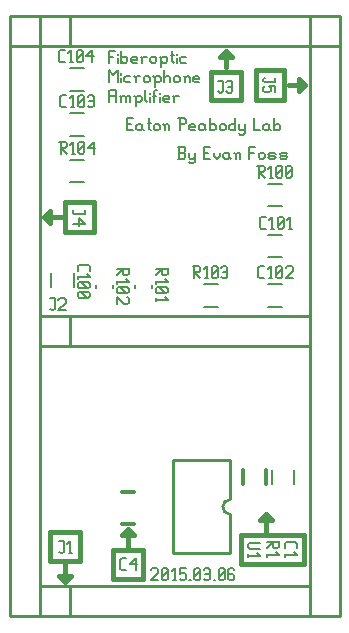
<source format=gbr>
G04 start of page 8 for group -4079 idx -4079 *
G04 Title: (unknown), topsilk *
G04 Creator: pcb 20140316 *
G04 CreationDate: Tue 05 May 2015 02:49:42 PM GMT UTC *
G04 For: fosse *
G04 Format: Gerber/RS-274X *
G04 PCB-Dimensions (mil): 1250.00 2150.00 *
G04 PCB-Coordinate-Origin: lower left *
%MOIN*%
%FSLAX25Y25*%
%LNTOPSILK*%
%ADD55C,0.0080*%
%ADD54C,0.0130*%
%ADD53C,0.0100*%
%ADD52C,0.0060*%
%ADD51C,0.0150*%
G54D51*X102000Y189500D02*X104000Y187500D01*
X102000Y189500D02*Y185500D01*
X97000Y192500D02*Y182500D01*
X87500Y192500D02*X97000D01*
X87500Y182500D02*X97000D01*
X104000Y187500D02*X102000Y185500D01*
X98500Y187500D02*X104000D01*
X89000Y42500D02*X91000Y44500D01*
X93000Y42500D01*
X91000Y39000D02*Y44500D01*
X82500Y28000D02*Y37500D01*
X103500Y28000D02*X82500D01*
X103500Y37500D02*Y28000D01*
X93000Y42500D02*X89000D01*
X103500Y37500D02*X82500D01*
X29000Y38500D02*Y29000D01*
X19000Y38500D02*X29000D01*
X19000D02*Y29000D01*
X26000Y24000D02*X24000Y22000D01*
X22000Y24000D02*X26000D01*
X24000Y22000D02*X22000Y24000D01*
X24000Y27500D02*Y22000D01*
X19000Y29000D02*X29000D01*
X43000Y37500D02*X45000Y39500D01*
X47000Y37500D02*X43000D01*
X45000Y39500D02*X47000Y37500D01*
X45000Y34000D02*Y39500D01*
X50000Y32500D02*X40000D01*
X50000D02*Y23000D01*
X40000D02*Y32500D01*
X50000Y23000D02*X40000D01*
X87500Y192500D02*Y182500D01*
X75500Y197000D02*X79500D01*
X77500Y199000D02*X79500Y197000D01*
X82500Y192000D02*Y182500D01*
X72500Y192000D02*X82500D01*
X75500Y197000D02*X77500Y199000D01*
Y193500D01*
X72500Y192000D02*Y182500D01*
X82500D01*
X19000Y141500D02*X17000Y143500D01*
X19000Y145500D02*Y141500D01*
X24000Y148500D02*Y138500D01*
X33500D01*
Y148500D02*Y138500D01*
X24000Y148500D02*X33500D01*
X17000Y143500D02*X19000Y145500D01*
X17000Y143500D02*X22500D01*
G54D52*X44500Y174500D02*X46000D01*
X44500Y172500D02*X46500D01*
X44500Y176500D02*Y172500D01*
Y176500D02*X46500D01*
X49200Y174500D02*X49700Y174000D01*
X48200Y174500D02*X49200D01*
X47700Y174000D02*X48200Y174500D01*
X47700Y174000D02*Y173000D01*
X48200Y172500D01*
X49700Y174500D02*Y173000D01*
X50200Y172500D01*
X48200D02*X49200D01*
X49700Y173000D01*
X51900Y176500D02*Y173000D01*
X52400Y172500D01*
X51400Y175000D02*X52400D01*
X53400Y174000D02*Y173000D01*
Y174000D02*X53900Y174500D01*
X54900D01*
X55400Y174000D01*
Y173000D01*
X54900Y172500D02*X55400Y173000D01*
X53900Y172500D02*X54900D01*
X53400Y173000D02*X53900Y172500D01*
X57100Y174000D02*Y172500D01*
Y174000D02*X57600Y174500D01*
X58100D01*
X58600Y174000D01*
Y172500D01*
X56600Y174500D02*X57100Y174000D01*
X62100Y176500D02*Y172500D01*
X61600Y176500D02*X63600D01*
X64100Y176000D01*
Y175000D01*
X63600Y174500D02*X64100Y175000D01*
X62100Y174500D02*X63600D01*
X65800Y172500D02*X67300D01*
X65300Y173000D02*X65800Y172500D01*
X65300Y174000D02*Y173000D01*
Y174000D02*X65800Y174500D01*
X66800D01*
X67300Y174000D01*
X65300Y173500D02*X67300D01*
Y174000D02*Y173500D01*
X70000Y174500D02*X70500Y174000D01*
X69000Y174500D02*X70000D01*
X68500Y174000D02*X69000Y174500D01*
X68500Y174000D02*Y173000D01*
X69000Y172500D01*
X70500Y174500D02*Y173000D01*
X71000Y172500D01*
X69000D02*X70000D01*
X70500Y173000D01*
X72200Y176500D02*Y172500D01*
Y173000D02*X72700Y172500D01*
X73700D01*
X74200Y173000D01*
Y174000D02*Y173000D01*
X73700Y174500D02*X74200Y174000D01*
X72700Y174500D02*X73700D01*
X72200Y174000D02*X72700Y174500D01*
X75400Y174000D02*Y173000D01*
Y174000D02*X75900Y174500D01*
X76900D01*
X77400Y174000D01*
Y173000D01*
X76900Y172500D02*X77400Y173000D01*
X75900Y172500D02*X76900D01*
X75400Y173000D02*X75900Y172500D01*
X80600Y176500D02*Y172500D01*
X80100D02*X80600Y173000D01*
X79100Y172500D02*X80100D01*
X78600Y173000D02*X79100Y172500D01*
X78600Y174000D02*Y173000D01*
Y174000D02*X79100Y174500D01*
X80100D01*
X80600Y174000D01*
X81800Y174500D02*Y173000D01*
X82300Y172500D01*
X83800Y174500D02*Y171500D01*
X83300Y171000D02*X83800Y171500D01*
X82300Y171000D02*X83300D01*
X81800Y171500D02*X82300Y171000D01*
Y172500D02*X83300D01*
X83800Y173000D01*
X86800Y176500D02*Y172500D01*
X88800D01*
X91500Y174500D02*X92000Y174000D01*
X90500Y174500D02*X91500D01*
X90000Y174000D02*X90500Y174500D01*
X90000Y174000D02*Y173000D01*
X90500Y172500D01*
X92000Y174500D02*Y173000D01*
X92500Y172500D01*
X90500D02*X91500D01*
X92000Y173000D01*
X93700Y176500D02*Y172500D01*
Y173000D02*X94200Y172500D01*
X95200D01*
X95700Y173000D01*
Y174000D02*Y173000D01*
X95200Y174500D02*X95700Y174000D01*
X94200Y174500D02*X95200D01*
X93700Y174000D02*X94200Y174500D01*
X61500Y163000D02*X63500D01*
X64000Y163500D01*
Y164500D02*Y163500D01*
X63500Y165000D02*X64000Y164500D01*
X62000Y165000D02*X63500D01*
X62000Y167000D02*Y163000D01*
X61500Y167000D02*X63500D01*
X64000Y166500D01*
Y165500D01*
X63500Y165000D02*X64000Y165500D01*
X65200Y165000D02*Y163500D01*
X65700Y163000D01*
X67200Y165000D02*Y162000D01*
X66700Y161500D02*X67200Y162000D01*
X65700Y161500D02*X66700D01*
X65200Y162000D02*X65700Y161500D01*
Y163000D02*X66700D01*
X67200Y163500D01*
X70200Y165000D02*X71700D01*
X70200Y163000D02*X72200D01*
X70200Y167000D02*Y163000D01*
Y167000D02*X72200D01*
X73400Y165000D02*Y164000D01*
X74400Y163000D01*
X75400Y164000D01*
Y165000D02*Y164000D01*
X78100Y165000D02*X78600Y164500D01*
X77100Y165000D02*X78100D01*
X76600Y164500D02*X77100Y165000D01*
X76600Y164500D02*Y163500D01*
X77100Y163000D01*
X78600Y165000D02*Y163500D01*
X79100Y163000D01*
X77100D02*X78100D01*
X78600Y163500D01*
X80800Y164500D02*Y163000D01*
Y164500D02*X81300Y165000D01*
X81800D01*
X82300Y164500D01*
Y163000D01*
X80300Y165000D02*X80800Y164500D01*
X85300Y167000D02*Y163000D01*
Y167000D02*X87300D01*
X85300Y165000D02*X86800D01*
X88500Y164500D02*Y163500D01*
Y164500D02*X89000Y165000D01*
X90000D01*
X90500Y164500D01*
Y163500D01*
X90000Y163000D02*X90500Y163500D01*
X89000Y163000D02*X90000D01*
X88500Y163500D02*X89000Y163000D01*
X92200D02*X93700D01*
X94200Y163500D01*
X93700Y164000D02*X94200Y163500D01*
X92200Y164000D02*X93700D01*
X91700Y164500D02*X92200Y164000D01*
X91700Y164500D02*X92200Y165000D01*
X93700D01*
X94200Y164500D01*
X91700Y163500D02*X92200Y163000D01*
X95900D02*X97400D01*
X97900Y163500D01*
X97400Y164000D02*X97900Y163500D01*
X95900Y164000D02*X97400D01*
X95400Y164500D02*X95900Y164000D01*
X95400Y164500D02*X95900Y165000D01*
X97400D01*
X97900Y164500D01*
X95400Y163500D02*X95900Y163000D01*
X38500Y199000D02*Y195000D01*
Y199000D02*X40500D01*
X38500Y197000D02*X40000D01*
X41700Y198000D02*Y197500D01*
Y196500D02*Y195000D01*
X42700Y199000D02*Y195000D01*
Y195500D02*X43200Y195000D01*
X44200D01*
X44700Y195500D01*
Y196500D02*Y195500D01*
X44200Y197000D02*X44700Y196500D01*
X43200Y197000D02*X44200D01*
X42700Y196500D02*X43200Y197000D01*
X46400Y195000D02*X47900D01*
X45900Y195500D02*X46400Y195000D01*
X45900Y196500D02*Y195500D01*
Y196500D02*X46400Y197000D01*
X47400D01*
X47900Y196500D01*
X45900Y196000D02*X47900D01*
Y196500D02*Y196000D01*
X49600Y196500D02*Y195000D01*
Y196500D02*X50100Y197000D01*
X51100D01*
X49100D02*X49600Y196500D01*
X52300D02*Y195500D01*
Y196500D02*X52800Y197000D01*
X53800D01*
X54300Y196500D01*
Y195500D01*
X53800Y195000D02*X54300Y195500D01*
X52800Y195000D02*X53800D01*
X52300Y195500D02*X52800Y195000D01*
X56000Y196500D02*Y193500D01*
X55500Y197000D02*X56000Y196500D01*
X56500Y197000D01*
X57500D01*
X58000Y196500D01*
Y195500D01*
X57500Y195000D02*X58000Y195500D01*
X56500Y195000D02*X57500D01*
X56000Y195500D02*X56500Y195000D01*
X59700Y199000D02*Y195500D01*
X60200Y195000D01*
X59200Y197500D02*X60200D01*
X61200Y198000D02*Y197500D01*
Y196500D02*Y195000D01*
X62700Y197000D02*X64200D01*
X62200Y196500D02*X62700Y197000D01*
X62200Y196500D02*Y195500D01*
X62700Y195000D01*
X64200D01*
X38500Y192500D02*Y188500D01*
Y192500D02*X40000Y191000D01*
X41500Y192500D01*
Y188500D01*
X42700Y191500D02*Y191000D01*
Y190000D02*Y188500D01*
X44200Y190500D02*X45700D01*
X43700Y190000D02*X44200Y190500D01*
X43700Y190000D02*Y189000D01*
X44200Y188500D01*
X45700D01*
X47400Y190000D02*Y188500D01*
Y190000D02*X47900Y190500D01*
X48900D01*
X46900D02*X47400Y190000D01*
X50100D02*Y189000D01*
Y190000D02*X50600Y190500D01*
X51600D01*
X52100Y190000D01*
Y189000D01*
X51600Y188500D02*X52100Y189000D01*
X50600Y188500D02*X51600D01*
X50100Y189000D02*X50600Y188500D01*
X53800Y190000D02*Y187000D01*
X53300Y190500D02*X53800Y190000D01*
X54300Y190500D01*
X55300D01*
X55800Y190000D01*
Y189000D01*
X55300Y188500D02*X55800Y189000D01*
X54300Y188500D02*X55300D01*
X53800Y189000D02*X54300Y188500D01*
X57000Y192500D02*Y188500D01*
Y190000D02*X57500Y190500D01*
X58500D01*
X59000Y190000D01*
Y188500D01*
X60200Y190000D02*Y189000D01*
Y190000D02*X60700Y190500D01*
X61700D01*
X62200Y190000D01*
Y189000D01*
X61700Y188500D02*X62200Y189000D01*
X60700Y188500D02*X61700D01*
X60200Y189000D02*X60700Y188500D01*
X63900Y190000D02*Y188500D01*
Y190000D02*X64400Y190500D01*
X64900D01*
X65400Y190000D01*
Y188500D01*
X63400Y190500D02*X63900Y190000D01*
X67100Y188500D02*X68600D01*
X66600Y189000D02*X67100Y188500D01*
X66600Y190000D02*Y189000D01*
Y190000D02*X67100Y190500D01*
X68100D01*
X68600Y190000D01*
X66600Y189500D02*X68600D01*
Y190000D02*Y189500D01*
X38500Y185500D02*Y182000D01*
Y185500D02*X39000Y186000D01*
X40500D01*
X41000Y185500D01*
Y182000D01*
X38500Y184000D02*X41000D01*
X42700Y183500D02*Y182000D01*
Y183500D02*X43200Y184000D01*
X43700D01*
X44200Y183500D01*
Y182000D01*
Y183500D02*X44700Y184000D01*
X45200D01*
X45700Y183500D01*
Y182000D01*
X42200Y184000D02*X42700Y183500D01*
X47400D02*Y180500D01*
X46900Y184000D02*X47400Y183500D01*
X47900Y184000D01*
X48900D01*
X49400Y183500D01*
Y182500D01*
X48900Y182000D02*X49400Y182500D01*
X47900Y182000D02*X48900D01*
X47400Y182500D02*X47900Y182000D01*
X50600Y186000D02*Y182500D01*
X51100Y182000D01*
X52100Y185000D02*Y184500D01*
Y183500D02*Y182000D01*
X53600Y185500D02*Y182000D01*
Y185500D02*X54100Y186000D01*
X54600D01*
X53100Y184000D02*X54100D01*
X55600Y185000D02*Y184500D01*
Y183500D02*Y182000D01*
X57100D02*X58600D01*
X56600Y182500D02*X57100Y182000D01*
X56600Y183500D02*Y182500D01*
Y183500D02*X57100Y184000D01*
X58100D01*
X58600Y183500D01*
X56600Y183000D02*X58600D01*
Y183500D02*Y183000D01*
X60300Y183500D02*Y182000D01*
Y183500D02*X60800Y184000D01*
X61800D01*
X59800D02*X60300Y183500D01*
X52500Y26000D02*X53000Y26500D01*
X54500D01*
X55000Y26000D01*
Y25000D01*
X52500Y22500D02*X55000Y25000D01*
X52500Y22500D02*X55000D01*
X56200Y23000D02*X56700Y22500D01*
X56200Y26000D02*Y23000D01*
Y26000D02*X56700Y26500D01*
X57700D01*
X58200Y26000D01*
Y23000D01*
X57700Y22500D02*X58200Y23000D01*
X56700Y22500D02*X57700D01*
X56200Y23500D02*X58200Y25500D01*
X59900Y22500D02*X60900D01*
X60400Y26500D02*Y22500D01*
X59400Y25500D02*X60400Y26500D01*
X62100D02*X64100D01*
X62100D02*Y24500D01*
X62600Y25000D01*
X63600D01*
X64100Y24500D01*
Y23000D01*
X63600Y22500D02*X64100Y23000D01*
X62600Y22500D02*X63600D01*
X62100Y23000D02*X62600Y22500D01*
X65300D02*X65800D01*
X67000Y23000D02*X67500Y22500D01*
X67000Y26000D02*Y23000D01*
Y26000D02*X67500Y26500D01*
X68500D01*
X69000Y26000D01*
Y23000D01*
X68500Y22500D02*X69000Y23000D01*
X67500Y22500D02*X68500D01*
X67000Y23500D02*X69000Y25500D01*
X70200Y26000D02*X70700Y26500D01*
X71700D01*
X72200Y26000D01*
Y23000D01*
X71700Y22500D02*X72200Y23000D01*
X70700Y22500D02*X71700D01*
X70200Y23000D02*X70700Y22500D01*
Y24500D02*X72200D01*
X73400Y22500D02*X73900D01*
X75100Y23000D02*X75600Y22500D01*
X75100Y26000D02*Y23000D01*
Y26000D02*X75600Y26500D01*
X76600D01*
X77100Y26000D01*
Y23000D01*
X76600Y22500D02*X77100Y23000D01*
X75600Y22500D02*X76600D01*
X75100Y23500D02*X77100Y25500D01*
X79800Y26500D02*X80300Y26000D01*
X78800Y26500D02*X79800D01*
X78300Y26000D02*X78800Y26500D01*
X78300Y26000D02*Y23000D01*
X78800Y22500D01*
X79800Y24500D02*X80300Y24000D01*
X78300Y24500D02*X79800D01*
X78800Y22500D02*X79800D01*
X80300Y23000D01*
Y24000D02*Y23000D01*
G54D53*X5500Y210500D02*Y10500D01*
X15500D01*
Y210500D01*
X5500D01*
Y200500D02*X15500D01*
Y210500D01*
Y10500D02*X105500D01*
Y20500D02*Y10500D01*
X15500Y20500D02*X105500D01*
X15500D02*Y10500D01*
X25500Y20500D02*Y10500D01*
X15500Y20500D02*X25500D01*
G54D54*X43032Y41436D02*X46968D01*
X43032Y52064D02*X46968D01*
X83260Y59371D02*Y54647D01*
X90740Y59371D02*Y54647D01*
G54D53*X79000Y44500D02*Y31500D01*
Y62500D02*Y49500D01*
X60000Y31500D02*X79000D01*
X60000Y62500D02*Y31500D01*
Y62500D02*X79000D01*
Y49500D02*G75*G03X79000Y44500I0J-2500D01*G01*
G54D55*X100240Y59362D02*Y54638D01*
X92760Y59362D02*Y54638D01*
X91638Y121240D02*X96362D01*
X91638Y113760D02*X96362D01*
X70138Y121240D02*X74862D01*
X70138Y113760D02*X74862D01*
G54D53*X15500Y100500D02*X105500D01*
Y110500D02*Y100500D01*
X15500Y110500D02*X105500D01*
X15500D02*Y100500D01*
X25500Y110500D02*Y100500D01*
X15500Y110500D02*X25500D01*
G54D55*X25638Y178240D02*X30362D01*
X25638Y170760D02*X30362D01*
X25638Y193240D02*X30362D01*
X25638Y185760D02*X30362D01*
X25638Y162740D02*X30362D01*
X25638Y155260D02*X30362D01*
G54D53*X15500Y200500D02*X105500D01*
Y210500D02*Y200500D01*
X15500Y210500D02*X105500D01*
X15500D02*Y200500D01*
X25500Y210500D02*Y200500D01*
X15500Y210500D02*X25500D01*
G54D55*X26740Y124957D02*Y120233D01*
X19260Y124957D02*Y120233D01*
X39755Y120893D02*Y120107D01*
X34245Y120893D02*Y120107D01*
X52755Y120893D02*Y120107D01*
X47245Y120893D02*Y120107D01*
X91638Y137740D02*X96362D01*
X91638Y130260D02*X96362D01*
G54D53*X105500Y210500D02*Y10500D01*
X115500D01*
Y210500D01*
X105500D01*
Y200500D02*X115500D01*
Y210500D01*
G54D55*X91638Y154740D02*X96362D01*
X91638Y147260D02*X96362D01*
G54D52*X45150Y126650D02*Y124650D01*
X44650Y124150D01*
X43650D02*X44650D01*
X43150Y124650D02*X43650Y124150D01*
X43150Y126150D02*Y124650D01*
X41150Y126150D02*X45150D01*
X43150D02*X41150Y124150D01*
Y122450D02*Y121450D01*
Y121950D02*X45150D01*
X44150Y122950D02*X45150Y121950D01*
X41650Y120250D02*X41150Y119750D01*
X41650Y120250D02*X44650D01*
X45150Y119750D01*
Y118750D01*
X44650Y118250D01*
X41650D02*X44650D01*
X41150Y118750D02*X41650Y118250D01*
X41150Y119750D02*Y118750D01*
X42150Y120250D02*X44150Y118250D01*
X44650Y117050D02*X45150Y116550D01*
Y115050D01*
X44650Y114550D01*
X43650D02*X44650D01*
X41150Y117050D02*X43650Y114550D01*
X41150Y117050D02*Y114550D01*
X42755Y25900D02*X44255D01*
X42255Y26400D02*X42755Y25900D01*
X42255Y29400D02*Y26400D01*
Y29400D02*X42755Y29900D01*
X44255D01*
X45455Y27900D02*X47455Y29900D01*
X45455Y27900D02*X47955D01*
X47455Y29900D02*Y25900D01*
X30500Y146000D02*Y144500D01*
X27000D02*X30500D01*
X26500Y145000D02*X27000Y144500D01*
X26500Y145500D02*Y145000D01*
X27000Y146000D02*X26500Y145500D01*
X28500Y143300D02*X30500Y141300D01*
X28500Y143300D02*Y140800D01*
X26500Y141300D02*X30500D01*
X22000Y35500D02*X23500D01*
Y32000D01*
X23000Y31500D02*X23500Y32000D01*
X22500Y31500D02*X23000D01*
X22000Y32000D02*X22500Y31500D01*
X25200D02*X26200D01*
X25700Y35500D02*Y31500D01*
X24700Y34500D02*X25700Y35500D01*
X19000Y116500D02*X20500D01*
Y113000D01*
X20000Y112500D02*X20500Y113000D01*
X19500Y112500D02*X20000D01*
X19000Y113000D02*X19500Y112500D01*
X21700Y116000D02*X22200Y116500D01*
X23700D01*
X24200Y116000D01*
Y115000D01*
X21700Y112500D02*X24200Y115000D01*
X21700Y112500D02*X24200D01*
X95150Y35659D02*Y33659D01*
X94650Y33159D01*
X93650D02*X94650D01*
X93150Y33659D02*X93650Y33159D01*
X93150Y35159D02*Y33659D01*
X91150Y35159D02*X95150D01*
X93150D02*X91150Y33159D01*
Y31459D02*Y30459D01*
Y30959D02*X95150D01*
X94150Y31959D02*X95150Y30959D01*
X85500Y35000D02*X89000D01*
X85500D02*X85000Y34500D01*
Y33500D01*
X85500Y33000D01*
X89000D01*
X85000Y31300D02*Y30300D01*
Y30800D02*X89000D01*
X88000Y31800D02*X89000Y30800D01*
X97150Y34650D02*Y33150D01*
X97650Y35150D02*X97150Y34650D01*
X97650Y35150D02*X100650D01*
X101150Y34650D01*
Y33150D01*
X97150Y31450D02*Y30450D01*
Y30950D02*X101150D01*
X100150Y31950D02*X101150Y30950D01*
X28150Y127245D02*Y125745D01*
X28650Y127745D02*X28150Y127245D01*
X28650Y127745D02*X31650D01*
X32150Y127245D01*
Y125745D01*
X28150Y124045D02*Y123045D01*
Y123545D02*X32150D01*
X31150Y124545D02*X32150Y123545D01*
X28650Y121845D02*X28150Y121345D01*
X28650Y121845D02*X31650D01*
X32150Y121345D01*
Y120345D01*
X31650Y119845D01*
X28650D02*X31650D01*
X28150Y120345D02*X28650Y119845D01*
X28150Y121345D02*Y120345D01*
X29150Y121845D02*X31150Y119845D01*
X28650Y118645D02*X28150Y118145D01*
X28650Y118645D02*X31650D01*
X32150Y118145D01*
Y117145D01*
X31650Y116645D01*
X28650D02*X31650D01*
X28150Y117145D02*X28650Y116645D01*
X28150Y118145D02*Y117145D01*
X29150Y118645D02*X31150Y116645D01*
X88850Y123150D02*X90350D01*
X88350Y123650D02*X88850Y123150D01*
X88350Y126650D02*Y123650D01*
Y126650D02*X88850Y127150D01*
X90350D01*
X92050Y123150D02*X93050D01*
X92550Y127150D02*Y123150D01*
X91550Y126150D02*X92550Y127150D01*
X94250Y123650D02*X94750Y123150D01*
X94250Y126650D02*Y123650D01*
Y126650D02*X94750Y127150D01*
X95750D01*
X96250Y126650D01*
Y123650D01*
X95750Y123150D02*X96250Y123650D01*
X94750Y123150D02*X95750D01*
X94250Y124150D02*X96250Y126150D01*
X97450Y126650D02*X97950Y127150D01*
X99450D01*
X99950Y126650D01*
Y125650D01*
X97450Y123150D02*X99950Y125650D01*
X97450Y123150D02*X99950D01*
X66445Y127150D02*X68445D01*
X68945Y126650D01*
Y125650D01*
X68445Y125150D02*X68945Y125650D01*
X66945Y125150D02*X68445D01*
X66945Y127150D02*Y123150D01*
Y125150D02*X68945Y123150D01*
X70645D02*X71645D01*
X71145Y127150D02*Y123150D01*
X70145Y126150D02*X71145Y127150D01*
X72845Y123650D02*X73345Y123150D01*
X72845Y126650D02*Y123650D01*
Y126650D02*X73345Y127150D01*
X74345D01*
X74845Y126650D01*
Y123650D01*
X74345Y123150D02*X74845Y123650D01*
X73345Y123150D02*X74345D01*
X72845Y124150D02*X74845Y126150D01*
X76045Y126650D02*X76545Y127150D01*
X77545D01*
X78045Y126650D01*
Y123650D01*
X77545Y123150D02*X78045Y123650D01*
X76545Y123150D02*X77545D01*
X76045Y123650D02*X76545Y123150D01*
Y125150D02*X78045D01*
X89350Y139650D02*X90850D01*
X88850Y140150D02*X89350Y139650D01*
X88850Y143150D02*Y140150D01*
Y143150D02*X89350Y143650D01*
X90850D01*
X92550Y139650D02*X93550D01*
X93050Y143650D02*Y139650D01*
X92050Y142650D02*X93050Y143650D01*
X94750Y140150D02*X95250Y139650D01*
X94750Y143150D02*Y140150D01*
Y143150D02*X95250Y143650D01*
X96250D01*
X96750Y143150D01*
Y140150D01*
X96250Y139650D02*X96750Y140150D01*
X95250Y139650D02*X96250D01*
X94750Y140650D02*X96750Y142650D01*
X98450Y139650D02*X99450D01*
X98950Y143650D02*Y139650D01*
X97950Y142650D02*X98950Y143650D01*
X22850Y180150D02*X24350D01*
X22350Y180650D02*X22850Y180150D01*
X22350Y183650D02*Y180650D01*
Y183650D02*X22850Y184150D01*
X24350D01*
X26050Y180150D02*X27050D01*
X26550Y184150D02*Y180150D01*
X25550Y183150D02*X26550Y184150D01*
X28250Y180650D02*X28750Y180150D01*
X28250Y183650D02*Y180650D01*
Y183650D02*X28750Y184150D01*
X29750D01*
X30250Y183650D01*
Y180650D01*
X29750Y180150D02*X30250Y180650D01*
X28750Y180150D02*X29750D01*
X28250Y181150D02*X30250Y183150D01*
X31450Y183650D02*X31950Y184150D01*
X32950D01*
X33450Y183650D01*
Y180650D01*
X32950Y180150D02*X33450Y180650D01*
X31950Y180150D02*X32950D01*
X31450Y180650D02*X31950Y180150D01*
Y182150D02*X33450D01*
X22350Y195150D02*X23850D01*
X21850Y195650D02*X22350Y195150D01*
X21850Y198650D02*Y195650D01*
Y198650D02*X22350Y199150D01*
X23850D01*
X25550Y195150D02*X26550D01*
X26050Y199150D02*Y195150D01*
X25050Y198150D02*X26050Y199150D01*
X27750Y195650D02*X28250Y195150D01*
X27750Y198650D02*Y195650D01*
Y198650D02*X28250Y199150D01*
X29250D01*
X29750Y198650D01*
Y195650D01*
X29250Y195150D02*X29750Y195650D01*
X28250Y195150D02*X29250D01*
X27750Y196150D02*X29750Y198150D01*
X30950Y197150D02*X32950Y199150D01*
X30950Y197150D02*X33450D01*
X32950Y199150D02*Y195150D01*
X21945Y168650D02*X23945D01*
X24445Y168150D01*
Y167150D01*
X23945Y166650D02*X24445Y167150D01*
X22445Y166650D02*X23945D01*
X22445Y168650D02*Y164650D01*
Y166650D02*X24445Y164650D01*
X26145D02*X27145D01*
X26645Y168650D02*Y164650D01*
X25645Y167650D02*X26645Y168650D01*
X28345Y165150D02*X28845Y164650D01*
X28345Y168150D02*Y165150D01*
Y168150D02*X28845Y168650D01*
X29845D01*
X30345Y168150D01*
Y165150D01*
X29845Y164650D02*X30345Y165150D01*
X28845Y164650D02*X29845D01*
X28345Y165650D02*X30345Y167650D01*
X31545Y166650D02*X33545Y168650D01*
X31545Y166650D02*X34045D01*
X33545Y168650D02*Y164650D01*
X58150Y126650D02*Y124650D01*
X57650Y124150D01*
X56650D02*X57650D01*
X56150Y124650D02*X56650Y124150D01*
X56150Y126150D02*Y124650D01*
X54150Y126150D02*X58150D01*
X56150D02*X54150Y124150D01*
Y122450D02*Y121450D01*
Y121950D02*X58150D01*
X57150Y122950D02*X58150Y121950D01*
X54650Y120250D02*X54150Y119750D01*
X54650Y120250D02*X57650D01*
X58150Y119750D01*
Y118750D01*
X57650Y118250D01*
X54650D02*X57650D01*
X54150Y118750D02*X54650Y118250D01*
X54150Y119750D02*Y118750D01*
X55150Y120250D02*X57150Y118250D01*
X54150Y116550D02*Y115550D01*
Y116050D02*X58150D01*
X57150Y117050D02*X58150Y116050D01*
X87945Y160650D02*X89945D01*
X90445Y160150D01*
Y159150D01*
X89945Y158650D02*X90445Y159150D01*
X88445Y158650D02*X89945D01*
X88445Y160650D02*Y156650D01*
Y158650D02*X90445Y156650D01*
X92145D02*X93145D01*
X92645Y160650D02*Y156650D01*
X91645Y159650D02*X92645Y160650D01*
X94345Y157150D02*X94845Y156650D01*
X94345Y160150D02*Y157150D01*
Y160150D02*X94845Y160650D01*
X95845D01*
X96345Y160150D01*
Y157150D01*
X95845Y156650D02*X96345Y157150D01*
X94845Y156650D02*X95845D01*
X94345Y157650D02*X96345Y159650D01*
X97545Y157150D02*X98045Y156650D01*
X97545Y160150D02*Y157150D01*
Y160150D02*X98045Y160650D01*
X99045D01*
X99545Y160150D01*
Y157150D01*
X99045Y156650D02*X99545Y157150D01*
X98045Y156650D02*X99045D01*
X97545Y157650D02*X99545Y159650D01*
X94000Y190000D02*Y188500D01*
X90500D02*X94000D01*
X90000Y189000D02*X90500Y188500D01*
X90000Y189500D02*Y189000D01*
X90500Y190000D02*X90000Y189500D01*
X94000Y187300D02*Y185300D01*
X92000Y187300D02*X94000D01*
X92000D02*X92500Y186800D01*
Y185800D01*
X92000Y185300D01*
X90500D02*X92000D01*
X90000Y185800D02*X90500Y185300D01*
X90000Y186800D02*Y185800D01*
X90500Y187300D02*X90000Y186800D01*
X75000Y189000D02*X76500D01*
Y185500D01*
X76000Y185000D02*X76500Y185500D01*
X75500Y185000D02*X76000D01*
X75000Y185500D02*X75500Y185000D01*
X77700Y188500D02*X78200Y189000D01*
X79200D01*
X79700Y188500D01*
Y185500D01*
X79200Y185000D02*X79700Y185500D01*
X78200Y185000D02*X79200D01*
X77700Y185500D02*X78200Y185000D01*
Y187000D02*X79700D01*
M02*

</source>
